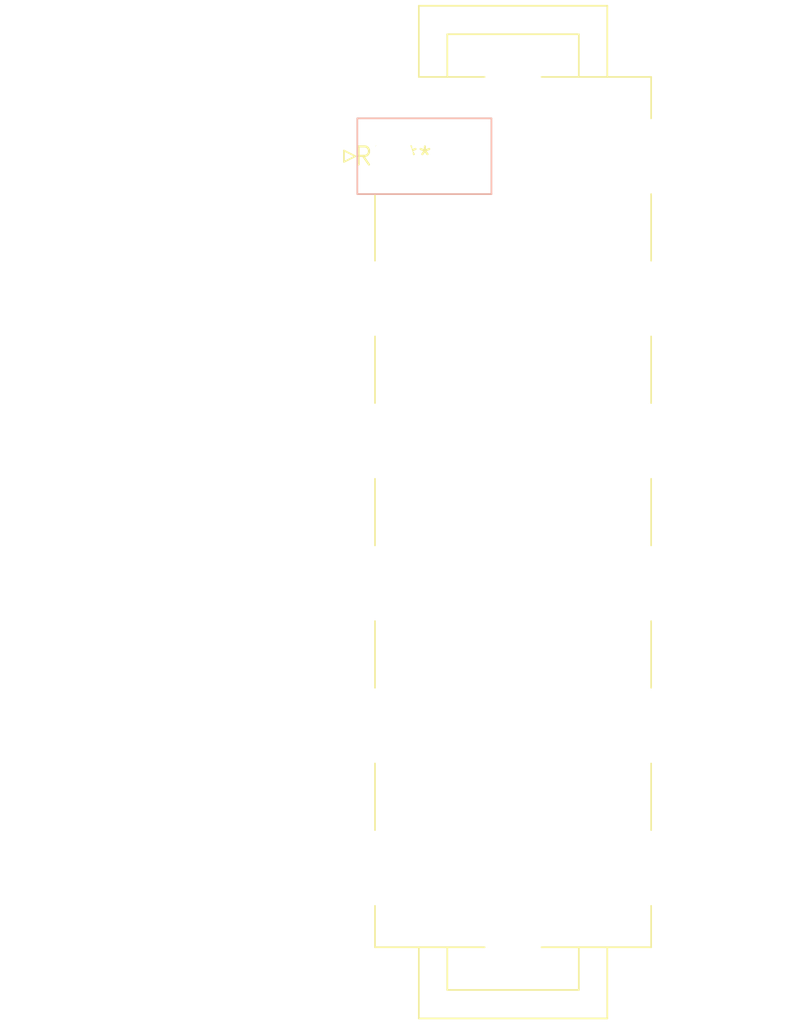
<source format=kicad_pcb>
(kicad_pcb (version 20240108) (generator pcbnew)
  (layers (0 "F.Cu" signal) (31 "B.Cu" signal) (34 "B.Paste" user) (35 "F.Paste" user) (36 "B.SilkS" user "B.Silkscreen") (37 "F.SilkS" user "F.Silkscreen") (38 "B.Mask" user) (39 "F.Mask" user) (44 "Edge.Cuts" user))
  (net 0 "")
  (footprint "Molex_Mini-Fit_Sr_43915-xx12_2x06_P10.00mm_Vertical" (layer "F.Cu") (at 0 0)
    (property "Reference" "REF**")
    (property "Value" "Molex_Mini-Fit_Sr_43915-xx12_2x06_P10.00mm_Vertical")
    (fp_line (start -2.51 -2.66) (end -2.51 2.66) (layer "B.SilkS") (stroke (width 0.12)))
    (fp_line (start -2.51 2.66) (end 6.91 2.66) (layer "B.SilkS") (stroke (width 0.12)))
    (fp_line (start 6.91 -2.66) (end -2.51 -2.66) (layer "B.SilkS") (stroke (width 0.12)))
    (fp_line (start 6.91 2.66) (end 6.91 -2.66) (layer "B.SilkS") (stroke (width 0.12)))
    (fp_line (start -3.45 -0.4) (end -3.45 0.4) (layer "F.SilkS") (stroke (width 0.12)))
    (fp_line (start -3.45 0.4) (end -2.65 0) (layer "F.SilkS") (stroke (width 0.12)))
    (fp_line (start -2.65 0) (end -3.45 -0.4) (layer "F.SilkS") (stroke (width 0.12)))
    (fp_line (start -1.27 2.66) (end -1.27 7.34) (layer "F.SilkS") (stroke (width 0.12)))
    (fp_line (start -1.27 12.66) (end -1.27 17.34) (layer "F.SilkS") (stroke (width 0.12)))
    (fp_line (start -1.27 22.66) (end -1.27 27.34) (layer "F.SilkS") (stroke (width 0.12)))
    (fp_line (start -1.27 32.66) (end -1.27 37.34) (layer "F.SilkS") (stroke (width 0.12)))
    (fp_line (start -1.27 42.66) (end -1.27 47.34) (layer "F.SilkS") (stroke (width 0.12)))
    (fp_line (start -1.27 52.66) (end -1.27 55.57) (layer "F.SilkS") (stroke (width 0.12)))
    (fp_line (start -1.27 55.57) (end 6.43 55.57) (layer "F.SilkS") (stroke (width 0.12)))
    (fp_line (start 1.81 -10.57) (end 15.05 -10.57) (layer "F.SilkS") (stroke (width 0.12)))
    (fp_line (start 1.81 -5.57) (end 1.81 -10.57) (layer "F.SilkS") (stroke (width 0.12)))
    (fp_line (start 1.81 55.57) (end 1.81 60.57) (layer "F.SilkS") (stroke (width 0.12)))
    (fp_line (start 1.81 60.57) (end 15.05 60.57) (layer "F.SilkS") (stroke (width 0.12)))
    (fp_line (start 3.81 -8.57) (end 13.05 -8.57) (layer "F.SilkS") (stroke (width 0.12)))
    (fp_line (start 3.81 -5.57) (end 3.81 -8.57) (layer "F.SilkS") (stroke (width 0.12)))
    (fp_line (start 3.81 55.57) (end 3.81 58.57) (layer "F.SilkS") (stroke (width 0.12)))
    (fp_line (start 3.81 58.57) (end 13.05 58.57) (layer "F.SilkS") (stroke (width 0.12)))
    (fp_line (start 6.43 -5.57) (end 1.81 -5.57) (layer "F.SilkS") (stroke (width 0.12)))
    (fp_line (start 13.05 -8.57) (end 13.05 -5.57) (layer "F.SilkS") (stroke (width 0.12)))
    (fp_line (start 13.05 58.57) (end 13.05 55.57) (layer "F.SilkS") (stroke (width 0.12)))
    (fp_line (start 15.05 -10.57) (end 15.05 -5.57) (layer "F.SilkS") (stroke (width 0.12)))
    (fp_line (start 15.05 60.57) (end 15.05 55.57) (layer "F.SilkS") (stroke (width 0.12)))
    (fp_line (start 18.13 -5.57) (end 10.43 -5.57) (layer "F.SilkS") (stroke (width 0.12)))
    (fp_line (start 18.13 -2.66) (end 18.13 -5.57) (layer "F.SilkS") (stroke (width 0.12)))
    (fp_line (start 18.13 2.66) (end 18.13 7.34) (layer "F.SilkS") (stroke (width 0.12)))
    (fp_line (start 18.13 12.66) (end 18.13 17.34) (layer "F.SilkS") (stroke (width 0.12)))
    (fp_line (start 18.13 22.66) (end 18.13 27.34) (layer "F.SilkS") (stroke (width 0.12)))
    (fp_line (start 18.13 32.66) (end 18.13 37.34) (layer "F.SilkS") (stroke (width 0.12)))
    (fp_line (start 18.13 42.66) (end 18.13 47.34) (layer "F.SilkS") (stroke (width 0.12)))
    (fp_line (start 18.13 52.66) (end 18.13 55.57) (layer "F.SilkS") (stroke (width 0.12)))
    (fp_line (start 18.13 55.57) (end 10.43 55.57) (layer "F.SilkS") (stroke (width 0.12)))
    (pad "" thru_hole circle (at 8.43 -5.705) (size 3.5 3.5) (drill 3) (layers *.Cu *.Mask) (remove_unused_layers))
    (pad "" np_thru_hole circle (at 8.43 5) (size 3 3) (drill 3) (layers *.Cu *.Mask))
    (pad "" thru_hole circle (at 8.43 55.705) (size 3.5 3.5) (drill 3) (layers *.Cu *.Mask) (remove_unused_layers))
    (pad "1" thru_hole rect (at 0 0) (size 4.5 4.8) (drill 2.8) (layers *.Cu *.Mask) (remove_unused_layers))
    (pad "1" thru_hole rect (at 4.4 0) (size 4.5 4.8) (drill 2.8) (layers *.Cu *.Mask) (remove_unused_layers))
    (pad "2" thru_hole rect (at 0 10) (size 4.5 4.8) (drill 2.8) (layers *.Cu *.Mask) (remove_unused_layers))
    (pad "2" thru_hole rect (at 4.4 10) (size 4.5 4.8) (drill 2.8) (layers *.Cu *.Mask) (remove_unused_layers))
    (pad "3" thru_hole rect (at 0 20) (size 4.5 4.8) (drill 2.8) (layers *.Cu *.Mask) (remove_unused_layers))
    (pad "3" thru_hole rect (at 4.4 20) (size 4.5 4.8) (drill 2.8) (layers *.Cu *.Mask) (remove_unused_layers))
    (pad "4" thru_hole rect (at 0 30) (size 4.5 4.8) (drill 2.8) (layers *.Cu *.Mask) (remove_unused_layers))
    (pad "4" thru_hole rect (at 4.4 30) (size 4.5 4.8) (drill 2.8) (layers *.Cu *.Mask) (remove_unused_layers))
    (pad "5" thru_hole rect (at 0 40) (size 4.5 4.8) (drill 2.8) (layers *.Cu *.Mask) (remove_unused_layers))
    (pad "5" thru_hole rect (at 4.4 40) (size 4.5 4.8) (drill 2.8) (layers *.Cu *.Mask) (remove_unused_layers))
    (pad "6" thru_hole rect (at 0 50) (size 4.5 4.8) (drill 2.8) (layers *.Cu *.Mask) (remove_unused_layers))
    (pad "6" thru_hole rect (at 4.4 50) (size 4.5 4.8) (drill 2.8) (layers *.Cu *.Mask) (remove_unused_layers))
    (pad "7" thru_hole rect (at 12.46 0) (size 4.5 4.8) (drill 2.8) (layers *.Cu *.Mask) (remove_unused_layers))
    (pad "7" thru_hole rect (at 16.86 0) (size 4.5 4.8) (drill 2.8) (layers *.Cu *.Mask) (remove_unused_layers))
    (pad "8" thru_hole rect (at 12.46 10) (size 4.5 4.8) (drill 2.8) (layers *.Cu *.Mask) (remove_unused_layers))
    (pad "8" thru_hole rect (at 16.86 10) (size 4.5 4.8) (drill 2.8) (layers *.Cu *.Mask) (remove_unused_layers))
    (pad "9" thru_hole rect (at 12.46 20) (size 4.5 4.8) (drill 2.8) (layers *.Cu *.Mask) (remove_unused_layers))
    (pad "9" thru_hole rect (at 16.86 20) (size 4.5 4.8) (drill 2.8) (layers *.Cu *.Mask) (remove_unused_layers))
    (pad "10" thru_hole rect (at 12.46 30) (size 4.5 4.8) (drill 2.8) (layers *.Cu *.Mask) (remove_unused_layers))
    (pad "10" thru_hole rect (at 16.86 30) (size 4.5 4.8) (drill 2.8) (layers *.Cu *.Mask) (remove_unused_layers))
    (pad "11" thru_hole rect (at 12.46 40) (size 4.5 4.8) (drill 2.8) (layers *.Cu *.Mask) (remove_unused_layers))
    (pad "11" thru_hole rect (at 16.86 40) (size 4.5 4.8) (drill 2.8) (layers *.Cu *.Mask) (remove_unused_layers))
    (pad "12" thru_hole rect (at 12.46 50) (size 4.5 4.8) (drill 2.8) (layers *.Cu *.Mask) (remove_unused_layers))
    (pad "12" thru_hole rect (at 16.86 50) (size 4.5 4.8) (drill 2.8) (layers *.Cu *.Mask) (remove_unused_layers))
  )
)
</source>
